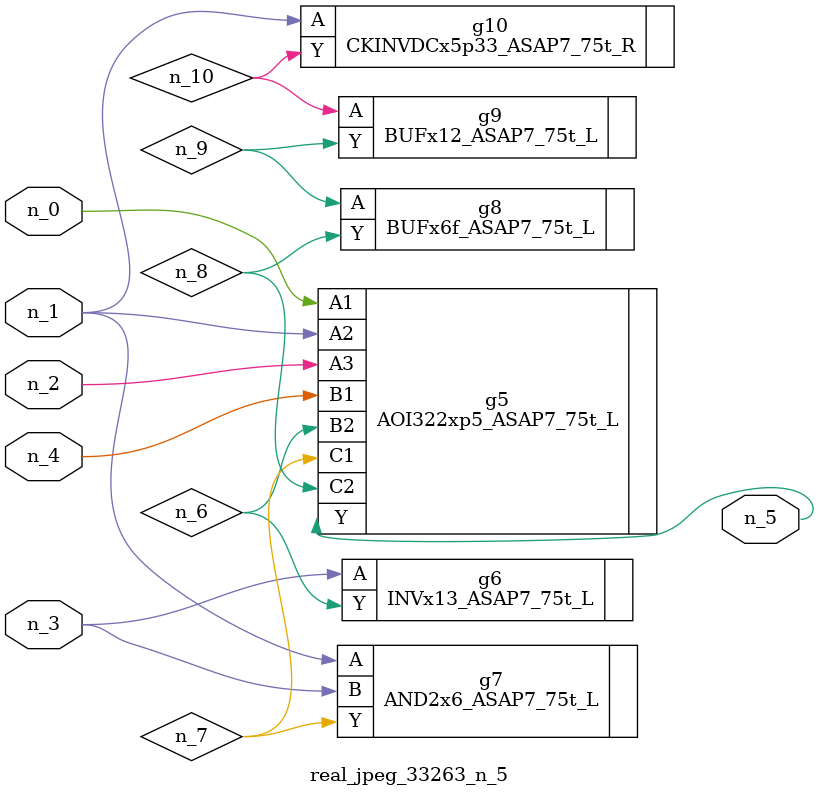
<source format=v>
module real_jpeg_33263_n_5 (n_4, n_0, n_1, n_2, n_3, n_5);

input n_4;
input n_0;
input n_1;
input n_2;
input n_3;

output n_5;

wire n_8;
wire n_6;
wire n_7;
wire n_10;
wire n_9;

AOI322xp5_ASAP7_75t_L g5 ( 
.A1(n_0),
.A2(n_1),
.A3(n_2),
.B1(n_4),
.B2(n_6),
.C1(n_7),
.C2(n_8),
.Y(n_5)
);

AND2x6_ASAP7_75t_L g7 ( 
.A(n_1),
.B(n_3),
.Y(n_7)
);

CKINVDCx5p33_ASAP7_75t_R g10 ( 
.A(n_1),
.Y(n_10)
);

INVx13_ASAP7_75t_L g6 ( 
.A(n_3),
.Y(n_6)
);

BUFx6f_ASAP7_75t_L g8 ( 
.A(n_9),
.Y(n_8)
);

BUFx12_ASAP7_75t_L g9 ( 
.A(n_10),
.Y(n_9)
);


endmodule
</source>
